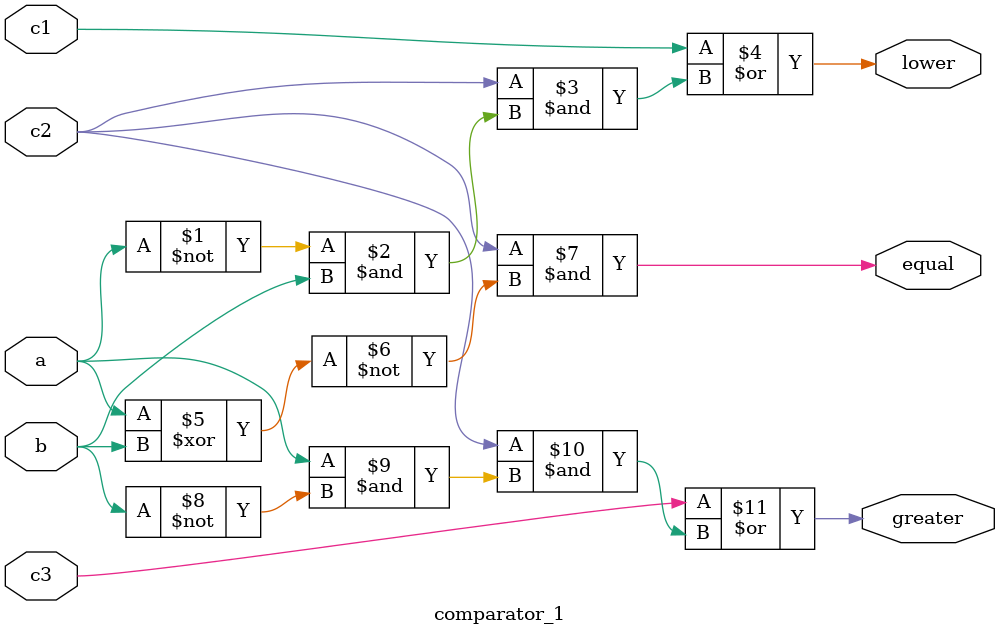
<source format=v>
module comparator_1(a,b,lower,equal,greater,c1,c2,c3);
  input wire a;
  input wire b;
  input wire c1, c2, c3;
  output wire lower, equal, greater;
  
  assign lower = c1 | (c2 & ((~a) & b));
  assign equal = c2 & (~( a ^ b));
  assign greater = c3 | (c2 & (a & (~b)));
endmodule

</source>
